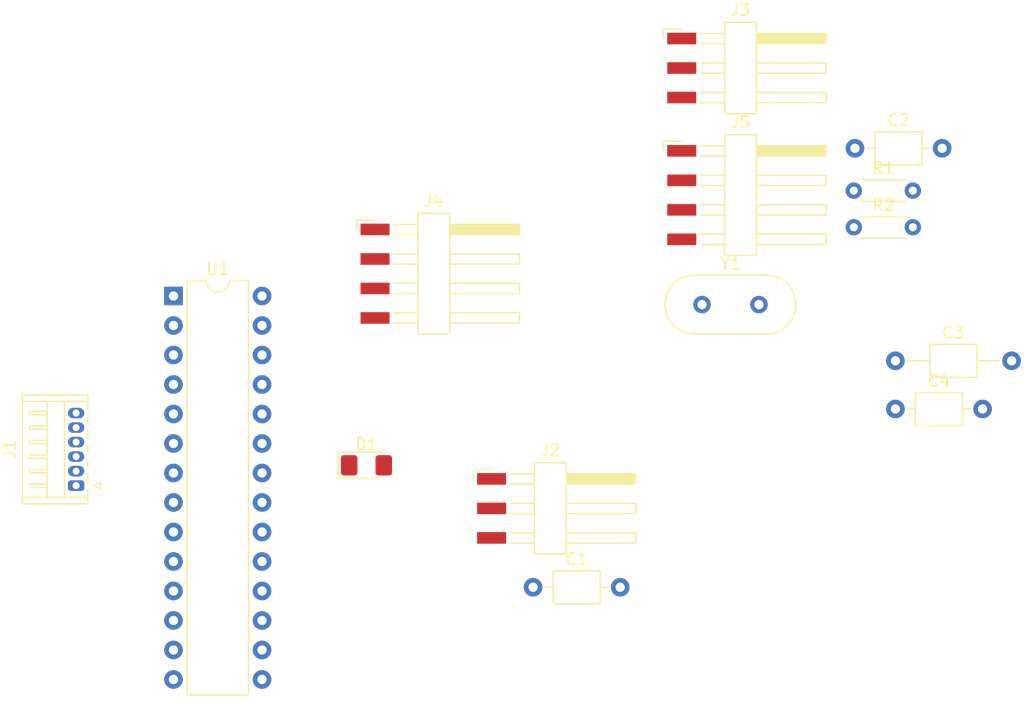
<source format=kicad_pcb>
(kicad_pcb (version 20240108) (generator "pcbnew") (generator_version "8.0")
  (title_block (title "PCB Business Card") (date "2024-06-08") (rev "1") (company "Personal"))
  (layers (0 "F.Cu" signal) (31 "B.Cu" signal) (34 "B.Paste" user) (35 "F.Paste" user) (36 "B.SilkS" user "B.Silkscreen") (37 "F.SilkS" user "F.Silkscreen") (38 "B.Mask" user) (39 "F.Mask" user) (44 "Edge.Cuts" user))
  (net 0 "")
  (net 1 "/GND")
  (net 2 "/CRYS1")
  (net 3 "/VCC")
  (net 5 "/TX")
  (net 6 "/DTR")
  (net 7 "/PD6")
  (net 8 "/RX")
  (net 9 "/PB2")
  (net 10 "/PB0")
  (net 11 "/PB1")
  (net 16 "/PD5")
  (net 19 "/PD7")
  (net 20 "/CRYS2")
  (net 21 "Net-(D1-K)")
  (net 22 "/PD2")
  (net 23 "/PD3")
  (net 24 "/PD4")
  (net 25 "/PB4")
  (net 26 "/PB3")
  (net 27 "/PB5")
  (net 28 "Net-(U1-~{RESET}{slash}PC6)")
  (footprint "Crystal:Crystal_HC18-U_Vertical" (layer "F.Cu") (at 154.86 61.16)
    (property "Reference" "Y1" (at 2.45 -3.525 0) (layer "F.SilkS"))
    (property "Value" "Crystal")
    (fp_line (start -0.675 -2.525) (end 5.575 -2.525) (stroke (width 0.12)) (layer "F.SilkS"))
    (fp_line (start -0.675 2.525) (end 5.575 2.525) (stroke (width 0.12)) (layer "F.SilkS"))
    (fp_arc (start -0.675 2.525) (mid -3.2 0) (end -0.675 -2.525) (stroke (width 0.12)) (layer "F.SilkS"))
    (fp_arc (start 5.575 -2.525) (mid 8.1 0) (end 5.575 2.525) (stroke (width 0.12)) (layer "F.SilkS"))
    (pad "1" thru_hole circle (at 0 0) (size 1.5 1.5) (drill 0.8) (layers "*.Cu" "*.Mask") (net 20 "/CRYS2"))
    (pad "2" thru_hole circle (at 4.9 0) (size 1.5 1.5) (drill 0.8) (layers "*.Cu" "*.Mask") (net 2 "/CRYS1"))
  )
  (footprint "Connector_Hirose:Hirose_DF13-06P-1.25DS_1x06_P1.25mm_Horizontal" (layer "F.Cu") (at 101 76.75 90)
    (property "Reference" "J1" (at 3.12 -5.7 90) (layer "F.SilkS"))
    (property "Value" "FTDI")
    (fp_line (start 7.81 -4.61) (end 7.81 1.01) (stroke (width 0.12)) (layer "F.SilkS"))
    (fp_line (start 7.26 -4.61) (end 7.26 1.01) (stroke (width 0.12)) (layer "F.SilkS"))
    (fp_line (start -1.01 -4.61) (end -1.01 1.01) (stroke (width 0.12)) (layer "F.SilkS"))
    (fp_line (start -1.56 -4.61) (end 7.81 -4.61) (stroke (width 0.12)) (layer "F.SilkS"))
    (fp_line (start 6.25 -4) (end 6.4 -3.9625) (stroke (width 0.12)) (layer "F.SilkS"))
    (fp_line (start 5 -4) (end 5.15 -3.9625) (stroke (width 0.12)) (layer "F.SilkS"))
    (fp_line (start 3.75 -4) (end 3.9 -3.9625) (stroke (width 0.12)) (layer "F.SilkS"))
    (fp_line (start 2.5 -4) (end 2.65 -3.9625) (stroke (width 0.12)) (layer "F.SilkS"))
    (fp_line (start 1.25 -4) (end 1.4 -3.9625) (stroke (width 0.12)) (layer "F.SilkS"))
    (fp_line (start 0 -4) (end 0.15 -3.9625) (stroke (width 0.12)) (layer "F.SilkS"))
    (fp_line (start 6.4 -3.9625) (end 6.4 -2.5) (stroke (width 0.12)) (layer "F.SilkS"))
    (fp_line (start 6.1 -3.9625) (end 6.25 -4) (stroke (width 0.12)) (layer "F.SilkS"))
    (fp_line (start 5.15 -3.9625) (end 5.15 -2.5) (stroke (width 0.12)) (layer "F.SilkS"))
    (fp_line (start 4.85 -3.9625) (end 5 -4) (stroke (width 0.12)) (layer "F.SilkS"))
    (fp_line (start 3.9 -3.9625) (end 3.9 -2.5) (stroke (width 0.12)) (layer "F.SilkS"))
    (fp_line (start 3.6 -3.9625) (end 3.75 -4) (stroke (width 0.12)) (layer "F.SilkS"))
    (fp_line (start 2.65 -3.9625) (end 2.65 -2.5) (stroke (width 0.12)) (layer "F.SilkS"))
    (fp_line (start 2.35 -3.9625) (end 2.5 -4) (stroke (width 0.12)) (layer "F.SilkS"))
    (fp_line (start 1.4 -3.9625) (end 1.4 -2.5) (stroke (width 0.12)) (layer "F.SilkS"))
    (fp_line (start 1.1 -3.9625) (end 1.25 -4) (stroke (width 0.12)) (layer "F.SilkS"))
    (fp_line (start 0.15 -3.9625) (end 0.15 -2.5) (stroke (width 0.12)) (layer "F.SilkS"))
    (fp_line (start -0.15 -3.9625) (end 0 -4) (stroke (width 0.12)) (layer "F.SilkS"))
    (fp_line (start 6.1 -2.5) (end 6.1 -3.9625) (stroke (width 0.12)) (layer "F.SilkS"))
    (fp_line (start 4.85 -2.5) (end 4.85 -3.9625) (stroke (width 0.12)) (layer "F.SilkS"))
    (fp_line (start 3.6 -2.5) (end 3.6 -3.9625) (stroke (width 0.12)) (layer "F.SilkS"))
    (fp_line (start 2.35 -2.5) (end 2.35 -3.9625) (stroke (width 0.12)) (layer "F.SilkS"))
    (fp_line (start 1.1 -2.5) (end 1.1 -3.9625) (stroke (width 0.12)) (layer "F.SilkS"))
    (fp_line (start -0.15 -2.5) (end -0.15 -3.9625) (stroke (width 0.12)) (layer "F.SilkS"))
    (fp_line (start -1.01 -2.5) (end 7.26 -2.5) (stroke (width 0.12)) (layer "F.SilkS"))
    (fp_line (start -1.01 -1) (end 7.26 -1) (stroke (width 0.12)) (layer "F.SilkS"))
    (fp_line (start 5.25 0.96) (end 5.25 1.01) (stroke (width 0.12)) (layer "F.SilkS"))
    (fp_line (start 4 0.96) (end 4 1.01) (stroke (width 0.12)) (layer "F.SilkS"))
    (fp_line (start 2.75 0.96) (end 2.75 1.01) (stroke (width 0.12)) (layer "F.SilkS"))
    (fp_line (start 1.5 0.96) (end 1.5 1.01) (stroke (width 0.12)) (layer "F.SilkS"))
    (fp_line (start 0.25 0.96) (end 0.25 1.01) (stroke (width 0.12)) (layer "F.SilkS"))
    (fp_line (start -0.25 0.96) (end -0.25 1.01) (stroke (width 0.12)) (layer "F.SilkS"))
    (fp_line (start 7.81 1.01) (end 6.5 1.01) (stroke (width 0.12)) (layer "F.SilkS"))
    (fp_line (start 6.5 1.01) (end 6.5 0.96) (stroke (width 0.12)) (layer "F.SilkS"))
    (fp_line (start 6 1.01) (end 6 0.96) (stroke (width 0.12)) (layer "F.SilkS"))
    (fp_line (start 5.25 1.01) (end 6 1.01) (stroke (width 0.12)) (layer "F.SilkS"))
    (fp_line (start 4.75 1.01) (end 4.75 0.96) (stroke (width 0.12)) (layer "F.SilkS"))
    (fp_line (start 4 1.01) (end 4.75 1.01) (stroke (width 0.12)) (layer "F.SilkS"))
    (fp_line (start 3.5 1.01) (end 3.5 0.96) (stroke (width 0.12)) (layer "F.SilkS"))
    (fp_line (start 2.75 1.01) (end 3.5 1.01) (stroke (width 0.12)) (layer "F.SilkS"))
    (fp_line (start 2.25 1.01) (end 2.25 0.96) (stroke (width 0.12)) (layer "F.SilkS"))
    (fp_line (start 1.5 1.01) (end 2.25 1.01) (stroke (width 0.12)) (layer "F.SilkS"))
    (fp_line (start 1 1.01) (end 1 0.96) (stroke (width 0.12)) (layer "F.SilkS"))
    (fp_line (start 0.25 1.01) (end 1 1.01) (stroke (width 0.12)) (layer "F.SilkS"))
    (fp_line (start -0.25 1.01) (end -1.56 1.01) (stroke (width 0.12)) (layer "F.SilkS"))
    (fp_line (start -1.56 1.01) (end -1.56 -4.61) (stroke (width 0.12)) (layer "F.SilkS"))
    (fp_line (start 0 1.5) (end -0.3 2.1) (stroke (width 0.12)) (layer "F.SilkS"))
    (fp_line (start 0.3 2.1) (end 0 1.5) (stroke (width 0.12)) (layer "F.SilkS"))
    (fp_line (start -0.3 2.1) (end 0.3 2.1) (stroke (width 0.12)) (layer "F.SilkS"))
    (pad "1" thru_hole roundrect (at 0 0 90) (size 0.9 1.4) (drill 0.6) (layers "*.Cu" "*.Mask") (net 6 "/DTR"))
    (pad "2" thru_hole oval (at 1.25 0 90) (size 0.9 1.4) (drill 0.6) (layers "*.Cu" "*.Mask") (net 8 "/RX"))
    (pad "3" thru_hole oval (at 2.5 0 90) (size 0.9 1.4) (drill 0.6) (layers "*.Cu" "*.Mask") (net 5 "/TX"))
    (pad "4" thru_hole oval (at 3.75 0 90) (size 0.9 1.4) (drill 0.6) (layers "*.Cu" "*.Mask") (net 3 "/VCC"))
    (pad "5" thru_hole oval (at 5 0 90) (size 0.9 1.4) (drill 0.6) (layers "*.Cu" "*.Mask"))
    (pad "6" thru_hole oval (at 6.25 0 90) (size 0.9 1.4) (drill 0.6) (layers "*.Cu" "*.Mask") (net 1 "/GND"))
  )
  (footprint "Resistor_THT:R_Axial_DIN0204_L3.6mm_D1.6mm_P5.08mm_Horizontal" (layer "F.Cu") (at 167.92 51.35)
    (property "Reference" "R1" (at 2.54 -1.92 0) (layer "F.SilkS"))
    (property "Value" "10k")
    (fp_line (start 0.62 -0.92) (end 4.46 -0.92) (stroke (width 0.12)) (layer "F.SilkS"))
    (fp_line (start 0.62 0.92) (end 4.46 0.92) (stroke (width 0.12)) (layer "F.SilkS"))
    (pad "1" thru_hole circle (at 0 0) (size 1.4 1.4) (drill 0.7) (layers "*.Cu" "*.Mask") (net 28 "Net-(U1-~{RESET}{slash}PC6)"))
    (pad "2" thru_hole oval (at 5.08 0) (size 1.4 1.4) (drill 0.7) (layers "*.Cu" "*.Mask") (net 3 "/VCC"))
  )
  (footprint "Capacitor_THT:C_Axial_L3.8mm_D2.6mm_P7.50mm_Horizontal" (layer "F.Cu") (at 140.32 85.5)
    (property "Reference" "C1" (at 3.75 -2.42 0) (layer "F.SilkS"))
    (property "Value" "22nf")
    (fp_line (start 1.04 0) (end 1.73 0) (stroke (width 0.12)) (layer "F.SilkS"))
    (fp_line (start 1.73 -1.42) (end 1.73 1.42) (stroke (width 0.12)) (layer "F.SilkS"))
    (fp_line (start 1.73 1.42) (end 5.77 1.42) (stroke (width 0.12)) (layer "F.SilkS"))
    (fp_line (start 5.77 -1.42) (end 1.73 -1.42) (stroke (width 0.12)) (layer "F.SilkS"))
    (fp_line (start 5.77 1.42) (end 5.77 -1.42) (stroke (width 0.12)) (layer "F.SilkS"))
    (fp_line (start 6.46 0) (end 5.77 0) (stroke (width 0.12)) (layer "F.SilkS"))
    (pad "1" thru_hole circle (at 0 0) (size 1.6 1.6) (drill 0.8) (layers "*.Cu" "*.Mask") (net 1 "/GND"))
    (pad "2" thru_hole oval (at 7.5 0) (size 1.6 1.6) (drill 0.8) (layers "*.Cu" "*.Mask") (net 2 "/CRYS1"))
  )
  (footprint "Capacitor_THT:C_Axial_L3.8mm_D2.6mm_P7.50mm_Horizontal" (layer "F.Cu") (at 171.5 70.15)
    (property "Reference" "C4" (at 3.75 -2.42 0) (layer "F.SilkS"))
    (property "Value" "100nf")
    (fp_line (start 1.04 0) (end 1.73 0) (stroke (width 0.12)) (layer "F.SilkS"))
    (fp_line (start 1.73 -1.42) (end 1.73 1.42) (stroke (width 0.12)) (layer "F.SilkS"))
    (fp_line (start 1.73 1.42) (end 5.77 1.42) (stroke (width 0.12)) (layer "F.SilkS"))
    (fp_line (start 5.77 -1.42) (end 1.73 -1.42) (stroke (width 0.12)) (layer "F.SilkS"))
    (fp_line (start 5.77 1.42) (end 5.77 -1.42) (stroke (width 0.12)) (layer "F.SilkS"))
    (fp_line (start 6.46 0) (end 5.77 0) (stroke (width 0.12)) (layer "F.SilkS"))
    (pad "1" thru_hole circle (at 0 0) (size 1.6 1.6) (drill 0.8) (layers "*.Cu" "*.Mask") (net 28 "Net-(U1-~{RESET}{slash}PC6)"))
    (pad "2" thru_hole oval (at 7.5 0) (size 1.6 1.6) (drill 0.8) (layers "*.Cu" "*.Mask") (net 6 "/DTR"))
  )
  (footprint "Connector_Harwin:Harwin_M20-89004xx_1x04_P2.54mm_Horizontal" (layer "F.Cu") (at 158.64 51.73)
    (property "Reference" "J5" (at -0.48 -6.28 0) (layer "F.SilkS"))
    (property "Value" "~")
    (fp_line (start -7.095 -4.63) (end -5.525 -4.63) (stroke (width 0.12)) (layer "F.SilkS"))
    (fp_line (start -7.095 -3.81) (end -7.095 -4.63) (stroke (width 0.12)) (layer "F.SilkS"))
    (fp_line (start -3.955 -4.25) (end -1.845 -4.25) (stroke (width 0.12)) (layer "F.SilkS"))
    (fp_line (start -3.955 -3.37) (end -1.845 -3.37) (stroke (width 0.12)) (layer "F.SilkS"))
    (fp_line (start -3.955 -1.71) (end -1.845 -1.71) (stroke (width 0.12)) (layer "F.SilkS"))
    (fp_line (start -3.955 -0.83) (end -1.845 -0.83) (stroke (width 0.12)) (layer "F.SilkS"))
    (fp_line (start -3.955 0.83) (end -1.845 0.83) (stroke (width 0.12)) (layer "F.SilkS"))
    (fp_line (start -3.955 1.71) (end -1.845 1.71) (stroke (width 0.12)) (layer "F.SilkS"))
    (fp_line (start -3.955 3.37) (end -1.845 3.37) (stroke (width 0.12)) (layer "F.SilkS"))
    (fp_line (start -3.955 4.25) (end -1.845 4.25) (stroke (width 0.12)) (layer "F.SilkS"))
    (fp_line (start -1.845 -5.2) (end 0.895 -5.2) (stroke (width 0.12)) (layer "F.SilkS"))
    (fp_line (start -1.845 5.2) (end -1.845 -5.2) (stroke (width 0.12)) (layer "F.SilkS"))
    (fp_line (start 0.895 -5.2) (end 0.895 5.2) (stroke (width 0.12)) (layer "F.SilkS"))
    (fp_line (start 0.895 -4.25) (end 6.895 -4.25) (stroke (width 0.12)) (layer "F.SilkS"))
    (fp_line (start 0.895 -1.71) (end 6.895 -1.71) (stroke (width 0.12)) (layer "F.SilkS"))
    (fp_line (start 0.895 0.83) (end 6.895 0.83) (stroke (width 0.12)) (layer "F.SilkS"))
    (fp_line (start 0.895 3.37) (end 6.895 3.37) (stroke (width 0.12)) (layer "F.SilkS"))
    (fp_line (start 0.895 5.2) (end -1.845 5.2) (stroke (width 0.12)) (layer "F.SilkS"))
    (fp_line (start 6.895 -4.25) (end 6.895 -3.37) (stroke (width 0.12)) (layer "F.SilkS"))
    (fp_line (start 6.895 -3.37) (end 0.895 -3.37) (stroke (width 0.12)) (layer "F.SilkS"))
    (fp_line (start 6.895 -1.71) (end 6.895 -0.83) (stroke (width 0.12)) (layer "F.SilkS"))
    (fp_line (start 6.895 -0.83) (end 0.895 -0.83) (stroke (width 0.12)) (layer "F.SilkS"))
    (fp_line (start 6.895 0.83) (end 6.895 1.71) (stroke (width 0.12)) (layer "F.SilkS"))
    (fp_line (start 6.895 1.71) (end 0.895 1.71) (stroke (width 0.12)) (layer "F.SilkS"))
    (fp_line (start 6.895 3.37) (end 6.895 4.25) (stroke (width 0.12)) (layer "F.SilkS"))
    (fp_line (start 6.895 4.25) (end 0.895 4.25) (stroke (width 0.12)) (layer "F.SilkS"))
    (pad "" smd rect (at 3.895 -3.81) (size 6 0.76) (layers "F.SilkS"))
    (pad "1" smd rect (at -5.525 -3.81) (size 2.5 1) (layers "F.Cu" "F.Paste" "F.Mask") (net 1 "/GND"))
    (pad "2" smd rect (at -5.525 -1.27) (size 2.5 1) (layers "F.Cu" "F.Paste" "F.Mask") (net 26 "/PB3"))
    (pad "3" smd rect (at -5.525 1.27) (size 2.5 1) (layers "F.Cu" "F.Paste" "F.Mask") (net 25 "/PB4"))
    (pad "4" smd rect (at -5.525 3.81) (size 2.5 1) (layers "F.Cu" "F.Paste" "F.Mask") (net 27 "/PB5"))
  )
  (footprint "Connector_Harwin:Harwin_M20-89004xx_1x04_P2.54mm_Horizontal" (layer "F.Cu") (at 132.25 58.5)
    (property "Reference" "J4" (at -0.48 -6.28 0) (layer "F.SilkS"))
    (property "Value" "~")
    (fp_line (start -7.095 -4.63) (end -5.525 -4.63) (stroke (width 0.12)) (layer "F.SilkS"))
    (fp_line (start -7.095 -3.81) (end -7.095 -4.63) (stroke (width 0.12)) (layer "F.SilkS"))
    (fp_line (start -3.955 -4.25) (end -1.845 -4.25) (stroke (width 0.12)) (layer "F.SilkS"))
    (fp_line (start -3.955 -3.37) (end -1.845 -3.37) (stroke (width 0.12)) (layer "F.SilkS"))
    (fp_line (start -3.955 -1.71) (end -1.845 -1.71) (stroke (width 0.12)) (layer "F.SilkS"))
    (fp_line (start -3.955 -0.83) (end -1.845 -0.83) (stroke (width 0.12)) (layer "F.SilkS"))
    (fp_line (start -3.955 0.83) (end -1.845 0.83) (stroke (width 0.12)) (layer "F.SilkS"))
    (fp_line (start -3.955 1.71) (end -1.845 1.71) (stroke (width 0.12)) (layer "F.SilkS"))
    (fp_line (start -3.955 3.37) (end -1.845 3.37) (stroke (width 0.12)) (layer "F.SilkS"))
    (fp_line (start -3.955 4.25) (end -1.845 4.25) (stroke (width 0.12)) (layer "F.SilkS"))
    (fp_line (start -1.845 -5.2) (end 0.895 -5.2) (stroke (width 0.12)) (layer "F.SilkS"))
    (fp_line (start -1.845 5.2) (end -1.845 -5.2) (stroke (width 0.12)) (layer "F.SilkS"))
    (fp_line (start 0.895 -5.2) (end 0.895 5.2) (stroke (width 0.12)) (layer "F.SilkS"))
    (fp_line (start 0.895 -4.25) (end 6.895 -4.25) (stroke (width 0.12)) (layer "F.SilkS"))
    (fp_line (start 0.895 -1.71) (end 6.895 -1.71) (stroke (width 0.12)) (layer "F.SilkS"))
    (fp_line (start 0.895 0.83) (end 6.895 0.83) (stroke (width 0.12)) (layer "F.SilkS"))
    (fp_line (start 0.895 3.37) (end 6.895 3.37) (stroke (width 0.12)) (layer "F.SilkS"))
    (fp_line (start 0.895 5.2) (end -1.845 5.2) (stroke (width 0.12)) (layer "F.SilkS"))
    (fp_line (start 6.895 -4.25) (end 6.895 -3.37) (stroke (width 0.12)) (layer "F.SilkS"))
    (fp_line (start 6.895 -3.37) (end 0.895 -3.37) (stroke (width 0.12)) (layer "F.SilkS"))
    (fp_line (start 6.895 -1.71) (end 6.895 -0.83) (stroke (width 0.12)) (layer "F.SilkS"))
    (fp_line (start 6.895 -0.83) (end 0.895 -0.83) (stroke (width 0.12)) (layer "F.SilkS"))
    (fp_line (start 6.895 0.83) (end 6.895 1.71) (stroke (width 0.12)) (layer "F.SilkS"))
    (fp_line (start 6.895 1.71) (end 0.895 1.71) (stroke (width 0.12)) (layer "F.SilkS"))
    (fp_line (start 6.895 3.37) (end 6.895 4.25) (stroke (width 0.12)) (layer "F.SilkS"))
    (fp_line (start 6.895 4.25) (end 0.895 4.25) (stroke (width 0.12)) (layer "F.SilkS"))
    (pad "" smd rect (at 3.895 -3.81) (size 6 0.76) (layers "F.SilkS"))
    (pad "1" smd rect (at -5.525 -3.81) (size 2.5 1) (layers "F.Cu" "F.Paste" "F.Mask") (net 1 "/GND"))
    (pad "2" smd rect (at -5.525 -1.27) (size 2.5 1) (layers "F.Cu" "F.Paste" "F.Mask") (net 10 "/PB0"))
    (pad "3" smd rect (at -5.525 1.27) (size 2.5 1) (layers "F.Cu" "F.Paste" "F.Mask") (net 11 "/PB1"))
    (pad "4" smd rect (at -5.525 3.81) (size 2.5 1) (layers "F.Cu" "F.Paste" "F.Mask") (net 9 "/PB2"))
  )
  (footprint "LED_SMD:LED_1206_3216Metric_Pad1.42x1.75mm_HandSolder" (layer "F.Cu") (at 125.9875 75)
    (property "Reference" "D1" (at 0 -1.82 0) (layer "F.SilkS"))
    (property "Value" "LED")
    (fp_line (start -2.46 -1.135) (end -2.46 1.135) (stroke (width 0.12)) (layer "F.SilkS"))
    (fp_line (start -2.46 1.135) (end 1.6 1.135) (stroke (width 0.12)) (layer "F.SilkS"))
    (fp_line (start 1.6 -1.135) (end -2.46 -1.135) (stroke (width 0.12)) (layer "F.SilkS"))
    (pad "1" smd roundrect (at -1.4875 0) (size 1.425 1.75) (layers "F.Cu" "F.Paste" "F.Mask") (roundrect_rratio 0.175439) (net 21 "Net-(D1-K)"))
    (pad "2" smd roundrect (at 1.4875 0) (size 1.425 1.75) (layers "F.Cu" "F.Paste" "F.Mask") (roundrect_rratio 0.175439) (net 3 "/VCC"))
  )
  (footprint "Connector_Harwin:Harwin_M20-89003xx_1x03_P2.54mm_Horizontal" (layer "F.Cu") (at 142.28 78.71)
    (property "Reference" "J2" (at -0.48 -5.01 0) (layer "F.SilkS"))
    (property "Value" "~")
    (fp_line (start -7.095 -3.36) (end -5.525 -3.36) (stroke (width 0.12)) (layer "F.SilkS"))
    (fp_line (start -7.095 -2.54) (end -7.095 -3.36) (stroke (width 0.12)) (layer "F.SilkS"))
    (fp_line (start -3.955 -2.98) (end -1.845 -2.98) (stroke (width 0.12)) (layer "F.SilkS"))
    (fp_line (start -3.955 -2.1) (end -1.845 -2.1) (stroke (width 0.12)) (layer "F.SilkS"))
    (fp_line (start -3.955 -0.44) (end -1.845 -0.44) (stroke (width 0.12)) (layer "F.SilkS"))
    (fp_line (start -3.955 0.44) (end -1.845 0.44) (stroke (width 0.12)) (layer "F.SilkS"))
    (fp_line (start -3.955 2.1) (end -1.845 2.1) (stroke (width 0.12)) (layer "F.SilkS"))
    (fp_line (start -3.955 2.98) (end -1.845 2.98) (stroke (width 0.12)) (layer "F.SilkS"))
    (fp_line (start -1.845 -3.93) (end 0.895 -3.93) (stroke (width 0.12)) (layer "F.SilkS"))
    (fp_line (start -1.845 3.93) (end -1.845 -3.93) (stroke (width 0.12)) (layer "F.SilkS"))
    (fp_line (start 0.895 -3.93) (end 0.895 3.93) (stroke (width 0.12)) (layer "F.SilkS"))
    (fp_line (start 0.895 -2.98) (end 6.895 -2.98) (stroke (width 0.12)) (layer "F.SilkS"))
    (fp_line (start 0.895 -0.44) (end 6.895 -0.44) (stroke (width 0.12)) (layer "F.SilkS"))
    (fp_line (start 0.895 2.1) (end 6.895 2.1) (stroke (width 0.12)) (layer "F.SilkS"))
    (fp_line (start 0.895 3.93) (end -1.845 3.93) (stroke (width 0.12)) (layer "F.SilkS"))
    (fp_line (start 6.895 -2.98) (end 6.895 -2.1) (stroke (width 0.12)) (layer "F.SilkS"))
    (fp_line (start 6.895 -2.1) (end 0.895 -2.1) (stroke (width 0.12)) (layer "F.SilkS"))
    (fp_line (start 6.895 -0.44) (end 6.895 0.44) (stroke (width 0.12)) (layer "F.SilkS"))
    (fp_line (start 6.895 0.44) (end 0.895 0.44) (stroke (width 0.12)) (layer "F.SilkS"))
    (fp_line (start 6.895 2.1) (end 6.895 2.98) (stroke (width 0.12)) (layer "F.SilkS"))
    (fp_line (start 6.895 2.98) (end 0.895 2.98) (stroke (width 0.12)) (layer "F.SilkS"))
    (pad "" smd rect (at 3.895 -2.54) (size 6 0.76) (layers "F.SilkS"))
    (pad "1" smd rect (at -5.525 -2.54) (size 2.5 1) (layers "F.Cu" "F.Paste" "F.Mask") (net 16 "/PD5"))
    (pad "2" smd rect (at -5.525 0) (size 2.5 1) (layers "F.Cu" "F.Paste" "F.Mask") (net 7 "/PD6"))
    (pad "3" smd rect (at -5.525 2.54) (size 2.5 1) (layers "F.Cu" "F.Paste" "F.Mask") (net 19 "/PD7"))
  )
  (footprint "Package_DIP:DIP-28_W7.62mm" (layer "F.Cu") (at 109.38 60.42)
    (property "Reference" "U1" (at 3.81 -2.33 0) (layer "F.SilkS"))
    (property "Value" "ATmega328-P")
    (fp_line (start 1.16 -1.33) (end 1.16 34.35) (stroke (width 0.12)) (layer "F.SilkS"))
    (fp_line (start 1.16 34.35) (end 6.46 34.35) (stroke (width 0.12)) (layer "F.SilkS"))
    (fp_line (start 2.81 -1.33) (end 1.16 -1.33) (stroke (width 0.12)) (layer "F.SilkS"))
    (fp_line (start 6.46 -1.33) (end 4.81 -1.33) (stroke (width 0.12)) (layer "F.SilkS"))
    (fp_line (start 6.46 34.35) (end 6.46 -1.33) (stroke (width 0.12)) (layer "F.SilkS"))
    (fp_arc (start 4.81 -1.33) (mid 3.81 -0.33) (end 2.81 -1.33) (stroke (width 0.12)) (layer "F.SilkS"))
    (pad "1" thru_hole rect (at 0 0) (size 1.6 1.6) (drill 0.8) (layers "*.Cu" "*.Mask") (net 28 "Net-(U1-~{RESET}{slash}PC6)"))
    (pad "2" thru_hole oval (at 0 2.54) (size 1.6 1.6) (drill 0.8) (layers "*.Cu" "*.Mask") (net 5 "/TX"))
    (pad "3" thru_hole oval (at 0 5.08) (size 1.6 1.6) (drill 0.8) (layers "*.Cu" "*.Mask") (net 8 "/RX"))
    (pad "4" thru_hole oval (at 0 7.62) (size 1.6 1.6) (drill 0.8) (layers "*.Cu" "*.Mask") (net 22 "/PD2"))
    (pad "5" thru_hole oval (at 0 10.16) (size 1.6 1.6) (drill 0.8) (layers "*.Cu" "*.Mask") (net 23 "/PD3"))
    (pad "6" thru_hole oval (at 0 12.7) (size 1.6 1.6) (drill 0.8) (layers "*.Cu" "*.Mask") (net 24 "/PD4"))
    (pad "7" thru_hole oval (at 0 15.24) (size 1.6 1.6) (drill 0.8) (layers "*.Cu" "*.Mask") (net 3 "/VCC"))
    (pad "8" thru_hole oval (at 0 17.78) (size 1.6 1.6) (drill 0.8) (layers "*.Cu" "*.Mask") (net 1 "/GND"))
    (pad "9" thru_hole oval (at 0 20.32) (size 1.6 1.6) (drill 0.8) (layers "*.Cu" "*.Mask") (net 2 "/CRYS1"))
    (pad "10" thru_hole oval (at 0 22.86) (size 1.6 1.6) (drill 0.8) (layers "*.Cu" "*.Mask") (net 20 "/CRYS2"))
    (pad "11" thru_hole oval (at 0 25.4) (size 1.6 1.6) (drill 0.8) (layers "*.Cu" "*.Mask") (net 16 "/PD5"))
    (pad "12" thru_hole oval (at 0 27.94) (size 1.6 1.6) (drill 0.8) (layers "*.Cu" "*.Mask") (net 7 "/PD6"))
    (pad "13" thru_hole oval (at 0 30.48) (size 1.6 1.6) (drill 0.8) (layers "*.Cu" "*.Mask") (net 19 "/PD7"))
    (pad "14" thru_hole oval (at 0 33.02) (size 1.6 1.6) (drill 0.8) (layers "*.Cu" "*.Mask") (net 10 "/PB0"))
    (pad "15" thru_hole oval (at 7.62 33.02) (size 1.6 1.6) (drill 0.8) (layers "*.Cu" "*.Mask") (net 11 "/PB1"))
    (pad "16" thru_hole oval (at 7.62 30.48) (size 1.6 1.6) (drill 0.8) (layers "*.Cu" "*.Mask") (net 9 "/PB2"))
    (pad "17" thru_hole oval (at 7.62 27.94) (size 1.6 1.6) (drill 0.8) (layers "*.Cu" "*.Mask") (net 26 "/PB3"))
    (pad "18" thru_hole oval (at 7.62 25.4) (size 1.6 1.6) (drill 0.8) (layers "*.Cu" "*.Mask") (net 25 "/PB4"))
    (pad "19" thru_hole oval (at 7.62 22.86) (size 1.6 1.6) (drill 0.8) (layers "*.Cu" "*.Mask") (net 27 "/PB5"))
    (pad "20" thru_hole oval (at 7.62 20.32) (size 1.6 1.6) (drill 0.8) (layers "*.Cu" "*.Mask") (net 3 "/VCC"))
    (pad "21" thru_hole oval (at 7.62 17.78) (size 1.6 1.6) (drill 0.8) (layers "*.Cu" "*.Mask") (net 3 "/VCC"))
    (pad "22" thru_hole oval (at 7.62 15.24) (size 1.6 1.6) (drill 0.8) (layers "*.Cu" "*.Mask") (net 1 "/GND"))
    (pad "23" thru_hole oval (at 7.62 12.7) (size 1.6 1.6) (drill 0.8) (layers "*.Cu" "*.Mask"))
    (pad "24" thru_hole oval (at 7.62 10.16) (size 1.6 1.6) (drill 0.8) (layers "*.Cu" "*.Mask"))
    (pad "25" thru_hole oval (at 7.62 7.62) (size 1.6 1.6) (drill 0.8) (layers "*.Cu" "*.Mask"))
    (pad "26" thru_hole oval (at 7.62 5.08) (size 1.6 1.6) (drill 0.8) (layers "*.Cu" "*.Mask"))
    (pad "27" thru_hole oval (at 7.62 2.54) (size 1.6 1.6) (drill 0.8) (layers "*.Cu" "*.Mask"))
    (pad "28" thru_hole oval (at 7.62 0) (size 1.6 1.6) (drill 0.8) (layers "*.Cu" "*.Mask"))
  )
  (footprint "Connector_Harwin:Harwin_M20-89003xx_1x03_P2.54mm_Horizontal" (layer "F.Cu") (at 158.64 40.79)
    (property "Reference" "J3" (at -0.48 -5.01 0) (layer "F.SilkS"))
    (property "Value" "~")
    (fp_line (start -7.095 -3.36) (end -5.525 -3.36) (stroke (width 0.12)) (layer "F.SilkS"))
    (fp_line (start -7.095 -2.54) (end -7.095 -3.36) (stroke (width 0.12)) (layer "F.SilkS"))
    (fp_line (start -3.955 -2.98) (end -1.845 -2.98) (stroke (width 0.12)) (layer "F.SilkS"))
    (fp_line (start -3.955 -2.1) (end -1.845 -2.1) (stroke (width 0.12)) (layer "F.SilkS"))
    (fp_line (start -3.955 -0.44) (end -1.845 -0.44) (stroke (width 0.12)) (layer "F.SilkS"))
    (fp_line (start -3.955 0.44) (end -1.845 0.44) (stroke (width 0.12)) (layer "F.SilkS"))
    (fp_line (start -3.955 2.1) (end -1.845 2.1) (stroke (width 0.12)) (layer "F.SilkS"))
    (fp_line (start -3.955 2.98) (end -1.845 2.98) (stroke (width 0.12)) (layer "F.SilkS"))
    (fp_line (start -1.845 -3.93) (end 0.895 -3.93) (stroke (width 0.12)) (layer "F.SilkS"))
    (fp_line (start -1.845 3.93) (end -1.845 -3.93) (stroke (width 0.12)) (layer "F.SilkS"))
    (fp_line (start 0.895 -3.93) (end 0.895 3.93) (stroke (width 0.12)) (layer "F.SilkS"))
    (fp_line (start 0.895 -2.98) (end 6.895 -2.98) (stroke (width 0.12)) (layer "F.SilkS"))
    (fp_line (start 0.895 -0.44) (end 6.895 -0.44) (stroke (width 0.12)) (layer "F.SilkS"))
    (fp_line (start 0.895 2.1) (end 6.895 2.1) (stroke (width 0.12)) (layer "F.SilkS"))
    (fp_line (start 0.895 3.93) (end -1.845 3.93) (stroke (width 0.12)) (layer "F.SilkS"))
    (fp_line (start 6.895 -2.98) (end 6.895 -2.1) (stroke (width 0.12)) (layer "F.SilkS"))
    (fp_line (start 6.895 -2.1) (end 0.895 -2.1) (stroke (width 0.12)) (layer "F.SilkS"))
    (fp_line (start 6.895 -0.44) (end 6.895 0.44) (stroke (width 0.12)) (layer "F.SilkS"))
    (fp_line (start 6.895 0.44) (end 0.895 0.44) (stroke (width 0.12)) (layer "F.SilkS"))
    (fp_line (start 6.895 2.1) (end 6.895 2.98) (stroke (width 0.12)) (layer "F.SilkS"))
    (fp_line (start 6.895 2.98) (end 0.895 2.98) (stroke (width 0.12)) (layer "F.SilkS"))
    (pad "" smd rect (at 3.895 -2.54) (size 6 0.76) (layers "F.SilkS"))
    (pad "1" smd rect (at -5.525 -2.54) (size 2.5 1) (layers "F.Cu" "F.Paste" "F.Mask") (net 22 "/PD2"))
    (pad "2" smd rect (at -5.525 0) (size 2.5 1) (layers "F.Cu" "F.Paste" "F.Mask") (net 23 "/PD3"))
    (pad "3" smd rect (at -5.525 2.54) (size 2.5 1) (layers "F.Cu" "F.Paste" "F.Mask") (net 24 "/PD4"))
  )
  (footprint "Capacitor_THT:C_Axial_L3.8mm_D2.6mm_P10.00mm_Horizontal" (layer "F.Cu") (at 171.5 66)
    (property "Reference" "C3" (at 5 -2.42 0) (layer "F.SilkS"))
    (property "Value" "100nf")
    (fp_line (start 1.04 0) (end 2.98 0) (stroke (width 0.12)) (layer "F.SilkS"))
    (fp_line (start 2.98 -1.42) (end 2.98 1.42) (stroke (width 0.12)) (layer "F.SilkS"))
    (fp_line (start 2.98 1.42) (end 7.02 1.42) (stroke (width 0.12)) (layer "F.SilkS"))
    (fp_line (start 7.02 -1.42) (end 2.98 -1.42) (stroke (width 0.12)) (layer "F.SilkS"))
    (fp_line (start 7.02 1.42) (end 7.02 -1.42) (stroke (width 0.12)) (layer "F.SilkS"))
    (fp_line (start 8.96 0) (end 7.02 0) (stroke (width 0.12)) (layer "F.SilkS"))
    (pad "1" thru_hole circle (at 0 0) (size 1.6 1.6) (drill 0.8) (layers "*.Cu" "*.Mask") (net 1 "/GND"))
    (pad "2" thru_hole oval (at 10 0) (size 1.6 1.6) (drill 0.8) (layers "*.Cu" "*.Mask") (net 3 "/VCC"))
  )
  (footprint "Resistor_THT:R_Axial_DIN0204_L3.6mm_D1.6mm_P5.08mm_Horizontal" (layer "F.Cu") (at 167.92 54.5)
    (property "Reference" "R2" (at 2.54 -1.92 0) (layer "F.SilkS"))
    (property "Value" "1k")
    (fp_line (start 0.62 -0.92) (end 4.46 -0.92) (stroke (width 0.12)) (layer "F.SilkS"))
    (fp_line (start 0.62 0.92) (end 4.46 0.92) (stroke (width 0.12)) (layer "F.SilkS"))
    (pad "1" thru_hole circle (at 0 0) (size 1.4 1.4) (drill 0.7) (layers "*.Cu" "*.Mask") (net 21 "Net-(D1-K)"))
    (pad "2" thru_hole oval (at 5.08 0) (size 1.4 1.4) (drill 0.7) (layers "*.Cu" "*.Mask") (net 1 "/GND"))
  )
  (footprint "Capacitor_THT:C_Axial_L3.8mm_D2.6mm_P7.50mm_Horizontal" (layer "F.Cu") (at 168.02 47.7)
    (property "Reference" "C2" (at 3.75 -2.42 0) (layer "F.SilkS"))
    (property "Value" "22nf")
    (fp_line (start 1.04 0) (end 1.73 0) (stroke (width 0.12)) (layer "F.SilkS"))
    (fp_line (start 1.73 -1.42) (end 1.73 1.42) (stroke (width 0.12)) (layer "F.SilkS"))
    (fp_line (start 1.73 1.42) (end 5.77 1.42) (stroke (width 0.12)) (layer "F.SilkS"))
    (fp_line (start 5.77 -1.42) (end 1.73 -1.42) (stroke (width 0.12)) (layer "F.SilkS"))
    (fp_line (start 5.77 1.42) (end 5.77 -1.42) (stroke (width 0.12)) (layer "F.SilkS"))
    (fp_line (start 6.46 0) (end 5.77 0) (stroke (width 0.12)) (layer "F.SilkS"))
    (pad "1" thru_hole circle (at 0 0) (size 1.6 1.6) (drill 0.8) (layers "*.Cu" "*.Mask") (net 1 "/GND"))
    (pad "2" thru_hole oval (at 7.5 0) (size 1.6 1.6) (drill 0.8) (layers "*.Cu" "*.Mask") (net 20 "/CRYS2"))
  )
)
</source>
